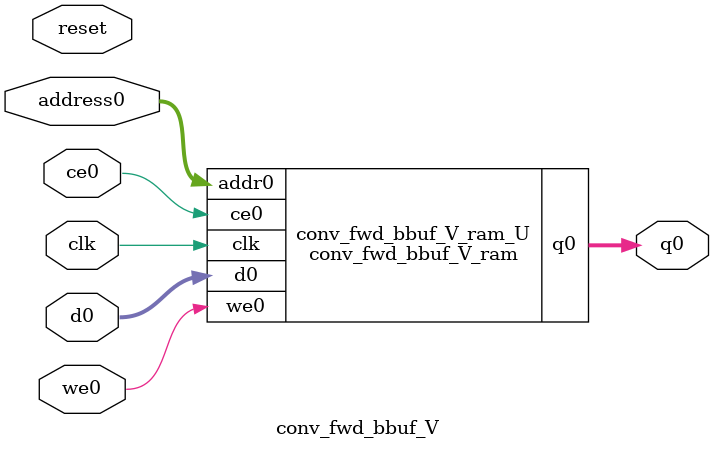
<source format=v>
`timescale 1 ns / 1 ps
module conv_fwd_bbuf_V_ram (addr0, ce0, d0, we0, q0,  clk);

parameter DWIDTH = 16;
parameter AWIDTH = 4;
parameter MEM_SIZE = 10;

input[AWIDTH-1:0] addr0;
input ce0;
input[DWIDTH-1:0] d0;
input we0;
output reg[DWIDTH-1:0] q0;
input clk;

reg [DWIDTH-1:0] ram[0:MEM_SIZE-1];




always @(posedge clk)  
begin 
    if (ce0) begin
        if (we0) 
            ram[addr0] <= d0; 
        q0 <= ram[addr0];
    end
end


endmodule

`timescale 1 ns / 1 ps
module conv_fwd_bbuf_V(
    reset,
    clk,
    address0,
    ce0,
    we0,
    d0,
    q0);

parameter DataWidth = 32'd16;
parameter AddressRange = 32'd10;
parameter AddressWidth = 32'd4;
input reset;
input clk;
input[AddressWidth - 1:0] address0;
input ce0;
input we0;
input[DataWidth - 1:0] d0;
output[DataWidth - 1:0] q0;



conv_fwd_bbuf_V_ram conv_fwd_bbuf_V_ram_U(
    .clk( clk ),
    .addr0( address0 ),
    .ce0( ce0 ),
    .we0( we0 ),
    .d0( d0 ),
    .q0( q0 ));

endmodule


</source>
